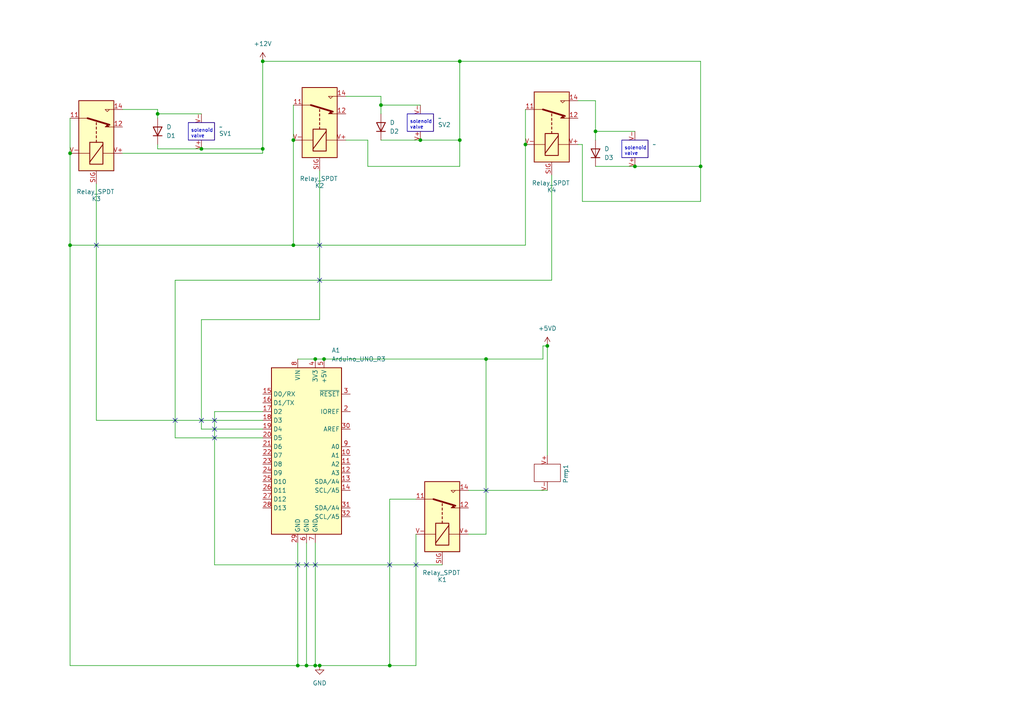
<source format=kicad_sch>
(kicad_sch
	(version 20231120)
	(generator "eeschema")
	(generator_version "8.0")
	(uuid "5b883372-a05a-41d4-a68c-1c36d83851b9")
	(paper "A4")
	(lib_symbols
		(symbol "Cocktailbot_Library:Pump"
			(pin_names hide)
			(exclude_from_sim no)
			(in_bom yes)
			(on_board yes)
			(property "Reference" "Pmp"
				(at 0 0 0)
				(effects
					(font
						(size 1.27 1.27)
					)
				)
			)
			(property "Value" ""
				(at 0 0 0)
				(effects
					(font
						(size 1.27 1.27)
					)
				)
			)
			(property "Footprint" ""
				(at 0 0 0)
				(effects
					(font
						(size 1.27 1.27)
					)
					(hide yes)
				)
			)
			(property "Datasheet" ""
				(at 0 0 0)
				(effects
					(font
						(size 1.27 1.27)
					)
					(hide yes)
				)
			)
			(property "Description" ""
				(at 0 0 0)
				(effects
					(font
						(size 1.27 1.27)
					)
					(hide yes)
				)
			)
			(symbol "Pump_0_1"
				(rectangle
					(start -2.54 -2.54)
					(end 2.54 -10.16)
					(stroke
						(width 0)
						(type default)
					)
					(fill
						(type none)
					)
				)
			)
			(symbol "Pump_1_1"
				(pin passive line
					(at -5.08 -6.35 0)
					(length 2.54)
					(name "V+"
						(effects
							(font
								(size 1.27 1.27)
							)
						)
					)
					(number "V+"
						(effects
							(font
								(size 1.27 1.27)
							)
						)
					)
				)
				(pin passive line
					(at 5.08 -6.35 180)
					(length 2.54)
					(name "V-"
						(effects
							(font
								(size 1.27 1.27)
							)
						)
					)
					(number "V-"
						(effects
							(font
								(size 1.27 1.27)
							)
						)
					)
				)
			)
		)
		(symbol "Cocktailbot_Library:Solenoid_valve_"
			(exclude_from_sim no)
			(in_bom yes)
			(on_board yes)
			(property "Reference" "SV"
				(at 0 0 0)
				(effects
					(font
						(size 1.27 1.27)
					)
				)
			)
			(property "Value" ""
				(at 0 0 0)
				(effects
					(font
						(size 1.27 1.27)
					)
				)
			)
			(property "Footprint" ""
				(at 0 0 0)
				(effects
					(font
						(size 1.27 1.27)
					)
					(hide yes)
				)
			)
			(property "Datasheet" ""
				(at 0 0 0)
				(effects
					(font
						(size 1.27 1.27)
					)
					(hide yes)
				)
			)
			(property "Description" ""
				(at 0 0 0)
				(effects
					(font
						(size 1.27 1.27)
					)
					(hide yes)
				)
			)
			(symbol "Solenoid_valve__0_1"
				(rectangle
					(start -2.54 -1.27)
					(end 2.54 -8.89)
					(stroke
						(width 0)
						(type default)
					)
					(fill
						(type none)
					)
				)
			)
			(symbol "Solenoid_valve__1_1"
				(pin passive line
					(at -5.08 -5.08 0)
					(length 2.54)
					(name ""
						(effects
							(font
								(size 1.27 1.27)
							)
						)
					)
					(number "V+"
						(effects
							(font
								(size 1.27 1.27)
							)
						)
					)
				)
				(pin passive line
					(at 5.08 -5.08 180)
					(length 2.54)
					(name ""
						(effects
							(font
								(size 1.27 1.27)
							)
						)
					)
					(number "V-"
						(effects
							(font
								(size 1.27 1.27)
							)
						)
					)
				)
			)
		)
		(symbol "Device:D"
			(pin_numbers hide)
			(pin_names
				(offset 1.016) hide)
			(exclude_from_sim no)
			(in_bom yes)
			(on_board yes)
			(property "Reference" "D"
				(at 0 2.54 0)
				(effects
					(font
						(size 1.27 1.27)
					)
				)
			)
			(property "Value" "D"
				(at 0 -2.54 0)
				(effects
					(font
						(size 1.27 1.27)
					)
				)
			)
			(property "Footprint" ""
				(at 0 0 0)
				(effects
					(font
						(size 1.27 1.27)
					)
					(hide yes)
				)
			)
			(property "Datasheet" "~"
				(at 0 0 0)
				(effects
					(font
						(size 1.27 1.27)
					)
					(hide yes)
				)
			)
			(property "Description" "Diode"
				(at 0 0 0)
				(effects
					(font
						(size 1.27 1.27)
					)
					(hide yes)
				)
			)
			(property "Sim.Device" "D"
				(at 0 0 0)
				(effects
					(font
						(size 1.27 1.27)
					)
					(hide yes)
				)
			)
			(property "Sim.Pins" "1=K 2=A"
				(at 0 0 0)
				(effects
					(font
						(size 1.27 1.27)
					)
					(hide yes)
				)
			)
			(property "ki_keywords" "diode"
				(at 0 0 0)
				(effects
					(font
						(size 1.27 1.27)
					)
					(hide yes)
				)
			)
			(property "ki_fp_filters" "TO-???* *_Diode_* *SingleDiode* D_*"
				(at 0 0 0)
				(effects
					(font
						(size 1.27 1.27)
					)
					(hide yes)
				)
			)
			(symbol "D_0_1"
				(polyline
					(pts
						(xy -1.27 1.27) (xy -1.27 -1.27)
					)
					(stroke
						(width 0.254)
						(type default)
					)
					(fill
						(type none)
					)
				)
				(polyline
					(pts
						(xy 1.27 0) (xy -1.27 0)
					)
					(stroke
						(width 0)
						(type default)
					)
					(fill
						(type none)
					)
				)
				(polyline
					(pts
						(xy 1.27 1.27) (xy 1.27 -1.27) (xy -1.27 0) (xy 1.27 1.27)
					)
					(stroke
						(width 0.254)
						(type default)
					)
					(fill
						(type none)
					)
				)
			)
			(symbol "D_1_1"
				(pin passive line
					(at -3.81 0 0)
					(length 2.54)
					(name "K"
						(effects
							(font
								(size 1.27 1.27)
							)
						)
					)
					(number "1"
						(effects
							(font
								(size 1.27 1.27)
							)
						)
					)
				)
				(pin passive line
					(at 3.81 0 180)
					(length 2.54)
					(name "A"
						(effects
							(font
								(size 1.27 1.27)
							)
						)
					)
					(number "2"
						(effects
							(font
								(size 1.27 1.27)
							)
						)
					)
				)
			)
		)
		(symbol "MCU_Module:Arduino_UNO_R3"
			(exclude_from_sim no)
			(in_bom yes)
			(on_board yes)
			(property "Reference" "A"
				(at -10.16 23.495 0)
				(effects
					(font
						(size 1.27 1.27)
					)
					(justify left bottom)
				)
			)
			(property "Value" "Arduino_UNO_R3"
				(at 5.08 -26.67 0)
				(effects
					(font
						(size 1.27 1.27)
					)
					(justify left top)
				)
			)
			(property "Footprint" "Module:Arduino_UNO_R3"
				(at 0 0 0)
				(effects
					(font
						(size 1.27 1.27)
						(italic yes)
					)
					(hide yes)
				)
			)
			(property "Datasheet" "https://www.arduino.cc/en/Main/arduinoBoardUno"
				(at 0 0 0)
				(effects
					(font
						(size 1.27 1.27)
					)
					(hide yes)
				)
			)
			(property "Description" "Arduino UNO Microcontroller Module, release 3"
				(at 0 0 0)
				(effects
					(font
						(size 1.27 1.27)
					)
					(hide yes)
				)
			)
			(property "ki_keywords" "Arduino UNO R3 Microcontroller Module Atmel AVR USB"
				(at 0 0 0)
				(effects
					(font
						(size 1.27 1.27)
					)
					(hide yes)
				)
			)
			(property "ki_fp_filters" "Arduino*UNO*R3*"
				(at 0 0 0)
				(effects
					(font
						(size 1.27 1.27)
					)
					(hide yes)
				)
			)
			(symbol "Arduino_UNO_R3_0_1"
				(rectangle
					(start -10.16 22.86)
					(end 10.16 -25.4)
					(stroke
						(width 0.254)
						(type default)
					)
					(fill
						(type background)
					)
				)
			)
			(symbol "Arduino_UNO_R3_1_1"
				(pin no_connect line
					(at -10.16 -20.32 0)
					(length 2.54) hide
					(name "NC"
						(effects
							(font
								(size 1.27 1.27)
							)
						)
					)
					(number "1"
						(effects
							(font
								(size 1.27 1.27)
							)
						)
					)
				)
				(pin bidirectional line
					(at 12.7 -2.54 180)
					(length 2.54)
					(name "A1"
						(effects
							(font
								(size 1.27 1.27)
							)
						)
					)
					(number "10"
						(effects
							(font
								(size 1.27 1.27)
							)
						)
					)
				)
				(pin bidirectional line
					(at 12.7 -5.08 180)
					(length 2.54)
					(name "A2"
						(effects
							(font
								(size 1.27 1.27)
							)
						)
					)
					(number "11"
						(effects
							(font
								(size 1.27 1.27)
							)
						)
					)
				)
				(pin bidirectional line
					(at 12.7 -7.62 180)
					(length 2.54)
					(name "A3"
						(effects
							(font
								(size 1.27 1.27)
							)
						)
					)
					(number "12"
						(effects
							(font
								(size 1.27 1.27)
							)
						)
					)
				)
				(pin bidirectional line
					(at 12.7 -10.16 180)
					(length 2.54)
					(name "SDA/A4"
						(effects
							(font
								(size 1.27 1.27)
							)
						)
					)
					(number "13"
						(effects
							(font
								(size 1.27 1.27)
							)
						)
					)
				)
				(pin bidirectional line
					(at 12.7 -12.7 180)
					(length 2.54)
					(name "SCL/A5"
						(effects
							(font
								(size 1.27 1.27)
							)
						)
					)
					(number "14"
						(effects
							(font
								(size 1.27 1.27)
							)
						)
					)
				)
				(pin bidirectional line
					(at -12.7 15.24 0)
					(length 2.54)
					(name "D0/RX"
						(effects
							(font
								(size 1.27 1.27)
							)
						)
					)
					(number "15"
						(effects
							(font
								(size 1.27 1.27)
							)
						)
					)
				)
				(pin bidirectional line
					(at -12.7 12.7 0)
					(length 2.54)
					(name "D1/TX"
						(effects
							(font
								(size 1.27 1.27)
							)
						)
					)
					(number "16"
						(effects
							(font
								(size 1.27 1.27)
							)
						)
					)
				)
				(pin bidirectional line
					(at -12.7 10.16 0)
					(length 2.54)
					(name "D2"
						(effects
							(font
								(size 1.27 1.27)
							)
						)
					)
					(number "17"
						(effects
							(font
								(size 1.27 1.27)
							)
						)
					)
				)
				(pin bidirectional line
					(at -12.7 7.62 0)
					(length 2.54)
					(name "D3"
						(effects
							(font
								(size 1.27 1.27)
							)
						)
					)
					(number "18"
						(effects
							(font
								(size 1.27 1.27)
							)
						)
					)
				)
				(pin bidirectional line
					(at -12.7 5.08 0)
					(length 2.54)
					(name "D4"
						(effects
							(font
								(size 1.27 1.27)
							)
						)
					)
					(number "19"
						(effects
							(font
								(size 1.27 1.27)
							)
						)
					)
				)
				(pin output line
					(at 12.7 10.16 180)
					(length 2.54)
					(name "IOREF"
						(effects
							(font
								(size 1.27 1.27)
							)
						)
					)
					(number "2"
						(effects
							(font
								(size 1.27 1.27)
							)
						)
					)
				)
				(pin bidirectional line
					(at -12.7 2.54 0)
					(length 2.54)
					(name "D5"
						(effects
							(font
								(size 1.27 1.27)
							)
						)
					)
					(number "20"
						(effects
							(font
								(size 1.27 1.27)
							)
						)
					)
				)
				(pin bidirectional line
					(at -12.7 0 0)
					(length 2.54)
					(name "D6"
						(effects
							(font
								(size 1.27 1.27)
							)
						)
					)
					(number "21"
						(effects
							(font
								(size 1.27 1.27)
							)
						)
					)
				)
				(pin bidirectional line
					(at -12.7 -2.54 0)
					(length 2.54)
					(name "D7"
						(effects
							(font
								(size 1.27 1.27)
							)
						)
					)
					(number "22"
						(effects
							(font
								(size 1.27 1.27)
							)
						)
					)
				)
				(pin bidirectional line
					(at -12.7 -5.08 0)
					(length 2.54)
					(name "D8"
						(effects
							(font
								(size 1.27 1.27)
							)
						)
					)
					(number "23"
						(effects
							(font
								(size 1.27 1.27)
							)
						)
					)
				)
				(pin bidirectional line
					(at -12.7 -7.62 0)
					(length 2.54)
					(name "D9"
						(effects
							(font
								(size 1.27 1.27)
							)
						)
					)
					(number "24"
						(effects
							(font
								(size 1.27 1.27)
							)
						)
					)
				)
				(pin bidirectional line
					(at -12.7 -10.16 0)
					(length 2.54)
					(name "D10"
						(effects
							(font
								(size 1.27 1.27)
							)
						)
					)
					(number "25"
						(effects
							(font
								(size 1.27 1.27)
							)
						)
					)
				)
				(pin bidirectional line
					(at -12.7 -12.7 0)
					(length 2.54)
					(name "D11"
						(effects
							(font
								(size 1.27 1.27)
							)
						)
					)
					(number "26"
						(effects
							(font
								(size 1.27 1.27)
							)
						)
					)
				)
				(pin bidirectional line
					(at -12.7 -15.24 0)
					(length 2.54)
					(name "D12"
						(effects
							(font
								(size 1.27 1.27)
							)
						)
					)
					(number "27"
						(effects
							(font
								(size 1.27 1.27)
							)
						)
					)
				)
				(pin bidirectional line
					(at -12.7 -17.78 0)
					(length 2.54)
					(name "D13"
						(effects
							(font
								(size 1.27 1.27)
							)
						)
					)
					(number "28"
						(effects
							(font
								(size 1.27 1.27)
							)
						)
					)
				)
				(pin power_in line
					(at -2.54 -27.94 90)
					(length 2.54)
					(name "GND"
						(effects
							(font
								(size 1.27 1.27)
							)
						)
					)
					(number "29"
						(effects
							(font
								(size 1.27 1.27)
							)
						)
					)
				)
				(pin input line
					(at 12.7 15.24 180)
					(length 2.54)
					(name "~{RESET}"
						(effects
							(font
								(size 1.27 1.27)
							)
						)
					)
					(number "3"
						(effects
							(font
								(size 1.27 1.27)
							)
						)
					)
				)
				(pin input line
					(at 12.7 5.08 180)
					(length 2.54)
					(name "AREF"
						(effects
							(font
								(size 1.27 1.27)
							)
						)
					)
					(number "30"
						(effects
							(font
								(size 1.27 1.27)
							)
						)
					)
				)
				(pin bidirectional line
					(at 12.7 -17.78 180)
					(length 2.54)
					(name "SDA/A4"
						(effects
							(font
								(size 1.27 1.27)
							)
						)
					)
					(number "31"
						(effects
							(font
								(size 1.27 1.27)
							)
						)
					)
				)
				(pin bidirectional line
					(at 12.7 -20.32 180)
					(length 2.54)
					(name "SCL/A5"
						(effects
							(font
								(size 1.27 1.27)
							)
						)
					)
					(number "32"
						(effects
							(font
								(size 1.27 1.27)
							)
						)
					)
				)
				(pin power_out line
					(at 2.54 25.4 270)
					(length 2.54)
					(name "3V3"
						(effects
							(font
								(size 1.27 1.27)
							)
						)
					)
					(number "4"
						(effects
							(font
								(size 1.27 1.27)
							)
						)
					)
				)
				(pin power_out line
					(at 5.08 25.4 270)
					(length 2.54)
					(name "+5V"
						(effects
							(font
								(size 1.27 1.27)
							)
						)
					)
					(number "5"
						(effects
							(font
								(size 1.27 1.27)
							)
						)
					)
				)
				(pin power_in line
					(at 0 -27.94 90)
					(length 2.54)
					(name "GND"
						(effects
							(font
								(size 1.27 1.27)
							)
						)
					)
					(number "6"
						(effects
							(font
								(size 1.27 1.27)
							)
						)
					)
				)
				(pin power_in line
					(at 2.54 -27.94 90)
					(length 2.54)
					(name "GND"
						(effects
							(font
								(size 1.27 1.27)
							)
						)
					)
					(number "7"
						(effects
							(font
								(size 1.27 1.27)
							)
						)
					)
				)
				(pin power_in line
					(at -2.54 25.4 270)
					(length 2.54)
					(name "VIN"
						(effects
							(font
								(size 1.27 1.27)
							)
						)
					)
					(number "8"
						(effects
							(font
								(size 1.27 1.27)
							)
						)
					)
				)
				(pin bidirectional line
					(at 12.7 0 180)
					(length 2.54)
					(name "A0"
						(effects
							(font
								(size 1.27 1.27)
							)
						)
					)
					(number "9"
						(effects
							(font
								(size 1.27 1.27)
							)
						)
					)
				)
			)
		)
		(symbol "Relay_SPDT_2"
			(exclude_from_sim no)
			(in_bom yes)
			(on_board yes)
			(property "Reference" "K1"
				(at -18.288 0 90)
				(effects
					(font
						(size 1.27 1.27)
					)
				)
			)
			(property "Value" "Relay_SPDT"
				(at -16.256 -0.254 90)
				(effects
					(font
						(size 1.27 1.27)
					)
				)
			)
			(property "Footprint" ""
				(at 11.43 -1.27 0)
				(effects
					(font
						(size 1.27 1.27)
					)
					(justify left)
					(hide yes)
				)
			)
			(property "Datasheet" "~"
				(at 0 0 0)
				(effects
					(font
						(size 1.27 1.27)
					)
					(hide yes)
				)
			)
			(property "Description" "Monostable Relay SPDT, EN50005"
				(at -13.208 13.97 0)
				(effects
					(font
						(size 1.27 1.27)
					)
					(hide yes)
				)
			)
			(property "ki_keywords" "Single Pole Relay SPDT"
				(at 0 0 0)
				(effects
					(font
						(size 1.27 1.27)
					)
					(hide yes)
				)
			)
			(property "ki_fp_filters" "Relay?SPDT*"
				(at 0 0 0)
				(effects
					(font
						(size 1.27 1.27)
					)
					(hide yes)
				)
			)
			(symbol "Relay_SPDT_2_0_0"
				(polyline
					(pts
						(xy 7.62 5.08) (xy 7.62 2.54) (xy 6.985 3.175) (xy 7.62 3.81)
					)
					(stroke
						(width 0)
						(type default)
					)
					(fill
						(type none)
					)
				)
			)
			(symbol "Relay_SPDT_2_0_1"
				(rectangle
					(start -10.16 5.08)
					(end 10.16 -5.08)
					(stroke
						(width 0.254)
						(type default)
					)
					(fill
						(type background)
					)
				)
				(rectangle
					(start -8.255 1.905)
					(end -1.905 -1.905)
					(stroke
						(width 0.254)
						(type default)
					)
					(fill
						(type none)
					)
				)
				(polyline
					(pts
						(xy -7.62 -1.905) (xy -2.54 1.905)
					)
					(stroke
						(width 0.254)
						(type default)
					)
					(fill
						(type none)
					)
				)
				(polyline
					(pts
						(xy -5.08 -5.08) (xy -5.08 -1.905)
					)
					(stroke
						(width 0)
						(type default)
					)
					(fill
						(type none)
					)
				)
				(polyline
					(pts
						(xy -5.08 5.08) (xy -5.08 1.905)
					)
					(stroke
						(width 0)
						(type default)
					)
					(fill
						(type none)
					)
				)
				(polyline
					(pts
						(xy -1.905 0) (xy -1.27 0)
					)
					(stroke
						(width 0.254)
						(type default)
					)
					(fill
						(type none)
					)
				)
				(polyline
					(pts
						(xy -0.635 0) (xy 0 0)
					)
					(stroke
						(width 0.254)
						(type default)
					)
					(fill
						(type none)
					)
				)
				(polyline
					(pts
						(xy 0.635 0) (xy 1.27 0)
					)
					(stroke
						(width 0.254)
						(type default)
					)
					(fill
						(type none)
					)
				)
				(polyline
					(pts
						(xy 1.905 0) (xy 2.54 0)
					)
					(stroke
						(width 0.254)
						(type default)
					)
					(fill
						(type none)
					)
				)
				(polyline
					(pts
						(xy 3.175 0) (xy 3.81 0)
					)
					(stroke
						(width 0.254)
						(type default)
					)
					(fill
						(type none)
					)
				)
				(polyline
					(pts
						(xy 5.08 -2.54) (xy 3.175 3.81)
					)
					(stroke
						(width 0.508)
						(type default)
					)
					(fill
						(type none)
					)
				)
				(polyline
					(pts
						(xy 5.08 -2.54) (xy 5.08 -5.08)
					)
					(stroke
						(width 0)
						(type default)
					)
					(fill
						(type none)
					)
				)
				(polyline
					(pts
						(xy 2.54 5.08) (xy 2.54 2.54) (xy 3.175 3.175) (xy 2.54 3.81)
					)
					(stroke
						(width 0)
						(type default)
					)
					(fill
						(type outline)
					)
				)
			)
			(symbol "Relay_SPDT_2_1_1"
				(pin passive line
					(at 5.08 -7.62 90)
					(length 2.54)
					(name "~"
						(effects
							(font
								(size 1.27 1.27)
							)
						)
					)
					(number "11"
						(effects
							(font
								(size 1.27 1.27)
							)
						)
					)
				)
				(pin passive line
					(at 2.54 7.62 270)
					(length 2.54)
					(name "~"
						(effects
							(font
								(size 1.27 1.27)
							)
						)
					)
					(number "12"
						(effects
							(font
								(size 1.27 1.27)
							)
						)
					)
				)
				(pin passive line
					(at 7.62 7.62 270)
					(length 2.54)
					(name "~"
						(effects
							(font
								(size 1.27 1.27)
							)
						)
					)
					(number "14"
						(effects
							(font
								(size 1.27 1.27)
							)
						)
					)
				)
				(pin passive line
					(at -13.97 0 0)
					(length 3.81)
					(name ""
						(effects
							(font
								(size 1.27 1.27)
							)
						)
					)
					(number "SIG"
						(effects
							(font
								(size 1.27 1.27)
							)
						)
					)
				)
				(pin passive line
					(at -5.08 7.62 270)
					(length 2.54)
					(name "~"
						(effects
							(font
								(size 1.27 1.27)
							)
						)
					)
					(number "V+"
						(effects
							(font
								(size 1.27 1.27)
							)
						)
					)
				)
				(pin passive line
					(at -5.08 -7.62 90)
					(length 2.54)
					(name "~"
						(effects
							(font
								(size 1.27 1.27)
							)
						)
					)
					(number "V-"
						(effects
							(font
								(size 1.27 1.27)
							)
						)
					)
				)
			)
		)
		(symbol "power:+12V"
			(power)
			(pin_numbers hide)
			(pin_names
				(offset 0) hide)
			(exclude_from_sim no)
			(in_bom yes)
			(on_board yes)
			(property "Reference" "#PWR"
				(at 0 -3.81 0)
				(effects
					(font
						(size 1.27 1.27)
					)
					(hide yes)
				)
			)
			(property "Value" "+12V"
				(at 0 3.556 0)
				(effects
					(font
						(size 1.27 1.27)
					)
				)
			)
			(property "Footprint" ""
				(at 0 0 0)
				(effects
					(font
						(size 1.27 1.27)
					)
					(hide yes)
				)
			)
			(property "Datasheet" ""
				(at 0 0 0)
				(effects
					(font
						(size 1.27 1.27)
					)
					(hide yes)
				)
			)
			(property "Description" "Power symbol creates a global label with name \"+12V\""
				(at 0 0 0)
				(effects
					(font
						(size 1.27 1.27)
					)
					(hide yes)
				)
			)
			(property "ki_keywords" "global power"
				(at 0 0 0)
				(effects
					(font
						(size 1.27 1.27)
					)
					(hide yes)
				)
			)
			(symbol "+12V_0_1"
				(polyline
					(pts
						(xy -0.762 1.27) (xy 0 2.54)
					)
					(stroke
						(width 0)
						(type default)
					)
					(fill
						(type none)
					)
				)
				(polyline
					(pts
						(xy 0 0) (xy 0 2.54)
					)
					(stroke
						(width 0)
						(type default)
					)
					(fill
						(type none)
					)
				)
				(polyline
					(pts
						(xy 0 2.54) (xy 0.762 1.27)
					)
					(stroke
						(width 0)
						(type default)
					)
					(fill
						(type none)
					)
				)
			)
			(symbol "+12V_1_1"
				(pin power_in line
					(at 0 0 90)
					(length 0)
					(name "~"
						(effects
							(font
								(size 1.27 1.27)
							)
						)
					)
					(number "1"
						(effects
							(font
								(size 1.27 1.27)
							)
						)
					)
				)
			)
		)
		(symbol "power:+5VD"
			(power)
			(pin_numbers hide)
			(pin_names
				(offset 0) hide)
			(exclude_from_sim no)
			(in_bom yes)
			(on_board yes)
			(property "Reference" "#PWR"
				(at 0 -3.81 0)
				(effects
					(font
						(size 1.27 1.27)
					)
					(hide yes)
				)
			)
			(property "Value" "+5VD"
				(at 0 3.556 0)
				(effects
					(font
						(size 1.27 1.27)
					)
				)
			)
			(property "Footprint" ""
				(at 0 0 0)
				(effects
					(font
						(size 1.27 1.27)
					)
					(hide yes)
				)
			)
			(property "Datasheet" ""
				(at 0 0 0)
				(effects
					(font
						(size 1.27 1.27)
					)
					(hide yes)
				)
			)
			(property "Description" "Power symbol creates a global label with name \"+5VD\""
				(at 0 0 0)
				(effects
					(font
						(size 1.27 1.27)
					)
					(hide yes)
				)
			)
			(property "ki_keywords" "global power"
				(at 0 0 0)
				(effects
					(font
						(size 1.27 1.27)
					)
					(hide yes)
				)
			)
			(symbol "+5VD_0_1"
				(polyline
					(pts
						(xy -0.762 1.27) (xy 0 2.54)
					)
					(stroke
						(width 0)
						(type default)
					)
					(fill
						(type none)
					)
				)
				(polyline
					(pts
						(xy 0 0) (xy 0 2.54)
					)
					(stroke
						(width 0)
						(type default)
					)
					(fill
						(type none)
					)
				)
				(polyline
					(pts
						(xy 0 2.54) (xy 0.762 1.27)
					)
					(stroke
						(width 0)
						(type default)
					)
					(fill
						(type none)
					)
				)
			)
			(symbol "+5VD_1_1"
				(pin power_in line
					(at 0 0 90)
					(length 0)
					(name "~"
						(effects
							(font
								(size 1.27 1.27)
							)
						)
					)
					(number "1"
						(effects
							(font
								(size 1.27 1.27)
							)
						)
					)
				)
			)
		)
		(symbol "power:GND"
			(power)
			(pin_numbers hide)
			(pin_names
				(offset 0) hide)
			(exclude_from_sim no)
			(in_bom yes)
			(on_board yes)
			(property "Reference" "#PWR"
				(at 0 -6.35 0)
				(effects
					(font
						(size 1.27 1.27)
					)
					(hide yes)
				)
			)
			(property "Value" "GND"
				(at 0 -3.81 0)
				(effects
					(font
						(size 1.27 1.27)
					)
				)
			)
			(property "Footprint" ""
				(at 0 0 0)
				(effects
					(font
						(size 1.27 1.27)
					)
					(hide yes)
				)
			)
			(property "Datasheet" ""
				(at 0 0 0)
				(effects
					(font
						(size 1.27 1.27)
					)
					(hide yes)
				)
			)
			(property "Description" "Power symbol creates a global label with name \"GND\" , ground"
				(at 0 0 0)
				(effects
					(font
						(size 1.27 1.27)
					)
					(hide yes)
				)
			)
			(property "ki_keywords" "global power"
				(at 0 0 0)
				(effects
					(font
						(size 1.27 1.27)
					)
					(hide yes)
				)
			)
			(symbol "GND_0_1"
				(polyline
					(pts
						(xy 0 0) (xy 0 -1.27) (xy 1.27 -1.27) (xy 0 -2.54) (xy -1.27 -1.27) (xy 0 -1.27)
					)
					(stroke
						(width 0)
						(type default)
					)
					(fill
						(type none)
					)
				)
			)
			(symbol "GND_1_1"
				(pin power_in line
					(at 0 0 270)
					(length 0)
					(name "~"
						(effects
							(font
								(size 1.27 1.27)
							)
						)
					)
					(number "1"
						(effects
							(font
								(size 1.27 1.27)
							)
						)
					)
				)
			)
		)
	)
	(junction
		(at 85.09 40.64)
		(diameter 0)
		(color 0 0 0 0)
		(uuid "06225883-0e31-4247-87b5-4f7c70970c7b")
	)
	(junction
		(at 172.72 38.1)
		(diameter 0)
		(color 0 0 0 0)
		(uuid "08de166a-530d-4790-a9d9-7e5cca359ac1")
	)
	(junction
		(at 140.97 104.14)
		(diameter 0)
		(color 0 0 0 0)
		(uuid "252ecdbe-8d4c-4d61-b43c-a1c15793b39d")
	)
	(junction
		(at 184.15 48.26)
		(diameter 0)
		(color 0 0 0 0)
		(uuid "469a129a-c519-4b3b-b52c-c7215b113d70")
	)
	(junction
		(at 91.44 193.04)
		(diameter 0)
		(color 0 0 0 0)
		(uuid "4868a4e7-80f1-4ad3-b805-98ed476561d1")
	)
	(junction
		(at 110.49 30.48)
		(diameter 0)
		(color 0 0 0 0)
		(uuid "52d39163-1dd9-40a3-840b-31c3f19b48ca")
	)
	(junction
		(at 92.71 193.04)
		(diameter 0)
		(color 0 0 0 0)
		(uuid "536e7b23-05ed-436d-9808-8e991b35ea3f")
	)
	(junction
		(at 133.35 17.78)
		(diameter 0)
		(color 0 0 0 0)
		(uuid "5764be0b-58f4-445f-83eb-13463f295284")
	)
	(junction
		(at 86.36 193.04)
		(diameter 0)
		(color 0 0 0 0)
		(uuid "59ed54b5-6df1-471e-be66-4b934de3eaa8")
	)
	(junction
		(at 20.32 44.45)
		(diameter 0)
		(color 0 0 0 0)
		(uuid "66b299f5-08c1-4ab4-950a-daab2e705025")
	)
	(junction
		(at 133.35 40.64)
		(diameter 0)
		(color 0 0 0 0)
		(uuid "722ce290-1b35-48f7-926d-6ab5b73e133b")
	)
	(junction
		(at 58.42 43.18)
		(diameter 0)
		(color 0 0 0 0)
		(uuid "786398b0-9278-4c70-92f8-6401ee0265e1")
	)
	(junction
		(at 20.32 71.12)
		(diameter 0)
		(color 0 0 0 0)
		(uuid "881ee2e1-7768-4b6a-aec3-4047fb2f569e")
	)
	(junction
		(at 88.9 193.04)
		(diameter 0)
		(color 0 0 0 0)
		(uuid "88d03a86-6cf1-4626-8ad2-a08304f6259e")
	)
	(junction
		(at 113.03 193.04)
		(diameter 0)
		(color 0 0 0 0)
		(uuid "98da5b86-93d5-47bf-a919-ea0f255d281a")
	)
	(junction
		(at 85.09 71.12)
		(diameter 0)
		(color 0 0 0 0)
		(uuid "9ee54cb7-18e6-4f23-94a1-d2fa5387ff7e")
	)
	(junction
		(at 45.72 33.02)
		(diameter 0)
		(color 0 0 0 0)
		(uuid "a4adebbb-df22-4c7c-a97d-ec5c7208fd8a")
	)
	(junction
		(at 158.75 100.33)
		(diameter 0)
		(color 0 0 0 0)
		(uuid "be823989-9d58-4fab-b0a6-0b95fc4c8197")
	)
	(junction
		(at 76.2 17.78)
		(diameter 0)
		(color 0 0 0 0)
		(uuid "c3cee4fb-83b0-47d8-8b88-613ab292b3c9")
	)
	(junction
		(at 203.2 48.26)
		(diameter 0)
		(color 0 0 0 0)
		(uuid "c8e3bbf8-cd95-43b8-a9cc-d0fabbd6cd0d")
	)
	(junction
		(at 152.4 41.91)
		(diameter 0)
		(color 0 0 0 0)
		(uuid "d59ba7df-bad1-42a2-9210-b48ccbed89a4")
	)
	(junction
		(at 93.98 104.14)
		(diameter 0)
		(color 0 0 0 0)
		(uuid "d73e99fe-db1e-47f1-ac04-3499d611e58f")
	)
	(junction
		(at 121.92 40.64)
		(diameter 0)
		(color 0 0 0 0)
		(uuid "da7cef63-bce0-4468-a756-c33e679495a8")
	)
	(junction
		(at 76.2 43.18)
		(diameter 0)
		(color 0 0 0 0)
		(uuid "dd53fcf0-a9eb-4c8c-a67a-a816e229576b")
	)
	(junction
		(at 91.44 104.14)
		(diameter 0)
		(color 0 0 0 0)
		(uuid "eb86614b-8706-4941-903d-afffa8d21e21")
	)
	(no_connect
		(at 86.36 163.83)
		(uuid "2038665b-56a4-4bb4-b258-6ec055705312")
	)
	(no_connect
		(at 62.23 124.46)
		(uuid "28d83568-18f6-42f6-b3e6-5b6b711775fc")
	)
	(no_connect
		(at 50.8 121.92)
		(uuid "49610983-6085-42f3-ac60-0ceeaff7a8c0")
	)
	(no_connect
		(at 62.23 121.92)
		(uuid "4dd658c6-f9c8-4aa3-b26f-3b418364a397")
	)
	(no_connect
		(at 92.71 71.12)
		(uuid "58dee64a-76ae-4e59-8fca-b452ac59e95b")
	)
	(no_connect
		(at 92.71 81.28)
		(uuid "72cc6bc7-248d-4822-86db-29a938a8ee63")
	)
	(no_connect
		(at 120.65 163.83)
		(uuid "777b5325-0b71-4bfc-8b51-528e311a2cdb")
	)
	(no_connect
		(at 113.03 163.83)
		(uuid "af866f28-a164-4798-a85c-fb378c41d781")
	)
	(no_connect
		(at 58.42 121.92)
		(uuid "b02a4347-f1a5-4cc7-8e0f-aca7d74832a0")
	)
	(no_connect
		(at 140.97 142.24)
		(uuid "b37efbe0-3db8-4653-b5e0-9a6a52b26677")
	)
	(no_connect
		(at 27.94 71.12)
		(uuid "c36cefe1-7ec0-4337-980e-8a0c8888ee30")
	)
	(no_connect
		(at 91.44 163.83)
		(uuid "cfe9f08d-1c76-4d5d-b32e-4ac7f1d56808")
	)
	(no_connect
		(at 62.23 127)
		(uuid "def32752-2339-4f60-9f60-122c9879d7c5")
	)
	(no_connect
		(at 88.9 163.83)
		(uuid "ff990f96-2244-4e9b-8b6e-66a5f1154a90")
	)
	(wire
		(pts
			(xy 58.42 92.71) (xy 58.42 124.46)
		)
		(stroke
			(width 0)
			(type default)
		)
		(uuid "032c4c35-3c9d-4218-8d67-435b59c87039")
	)
	(wire
		(pts
			(xy 158.75 100.33) (xy 158.75 132.08)
		)
		(stroke
			(width 0)
			(type default)
		)
		(uuid "074e5276-18bd-4cf7-babc-f82accd626e0")
	)
	(wire
		(pts
			(xy 86.36 193.04) (xy 88.9 193.04)
		)
		(stroke
			(width 0)
			(type default)
		)
		(uuid "07e3c349-47ae-4e14-9951-d475d51c0128")
	)
	(wire
		(pts
			(xy 113.03 193.04) (xy 120.65 193.04)
		)
		(stroke
			(width 0)
			(type default)
		)
		(uuid "08106796-c88d-4b52-a6c3-86ac080641d1")
	)
	(wire
		(pts
			(xy 85.09 40.64) (xy 85.09 71.12)
		)
		(stroke
			(width 0)
			(type default)
		)
		(uuid "0a80b3d0-b78c-42f0-8d4e-391affb2c820")
	)
	(wire
		(pts
			(xy 157.48 104.14) (xy 140.97 104.14)
		)
		(stroke
			(width 0)
			(type default)
		)
		(uuid "0dc70ea5-3bd6-48e0-bfda-f28e0115f98e")
	)
	(wire
		(pts
			(xy 100.33 40.64) (xy 106.68 40.64)
		)
		(stroke
			(width 0)
			(type default)
		)
		(uuid "134bfc04-418b-400c-a981-0e1902b4442b")
	)
	(wire
		(pts
			(xy 76.2 17.78) (xy 76.2 43.18)
		)
		(stroke
			(width 0)
			(type default)
		)
		(uuid "149660dd-56f1-4033-9bc7-bca67eae48bc")
	)
	(wire
		(pts
			(xy 106.68 40.64) (xy 106.68 48.26)
		)
		(stroke
			(width 0)
			(type default)
		)
		(uuid "169225e3-2468-43bd-bee0-b80d6abad3f4")
	)
	(wire
		(pts
			(xy 85.09 71.12) (xy 20.32 71.12)
		)
		(stroke
			(width 0)
			(type default)
		)
		(uuid "17f38da1-2388-49d4-bb79-2df49cc64a06")
	)
	(wire
		(pts
			(xy 45.72 43.18) (xy 58.42 43.18)
		)
		(stroke
			(width 0)
			(type default)
		)
		(uuid "2689ce43-7db7-4eac-a0aa-e9e903620a96")
	)
	(wire
		(pts
			(xy 35.56 44.45) (xy 76.2 44.45)
		)
		(stroke
			(width 0)
			(type default)
		)
		(uuid "28b61eeb-3a60-44c5-a994-2187c6ec8666")
	)
	(wire
		(pts
			(xy 157.48 100.33) (xy 158.75 100.33)
		)
		(stroke
			(width 0)
			(type default)
		)
		(uuid "2f8be6ce-3295-4f03-899a-b217ff8372c0")
	)
	(wire
		(pts
			(xy 172.72 48.26) (xy 184.15 48.26)
		)
		(stroke
			(width 0)
			(type default)
		)
		(uuid "34bb2909-b657-4065-8547-243b73b7587e")
	)
	(wire
		(pts
			(xy 168.91 58.42) (xy 203.2 58.42)
		)
		(stroke
			(width 0)
			(type default)
		)
		(uuid "362f88bb-7fb4-4006-93f1-57be1f61d401")
	)
	(wire
		(pts
			(xy 91.44 193.04) (xy 92.71 193.04)
		)
		(stroke
			(width 0)
			(type default)
		)
		(uuid "36ce98d5-b513-45f6-8e2a-2563c89165c0")
	)
	(wire
		(pts
			(xy 203.2 17.78) (xy 203.2 48.26)
		)
		(stroke
			(width 0)
			(type default)
		)
		(uuid "3eb10856-807a-41f1-a536-fd66ac846e98")
	)
	(wire
		(pts
			(xy 121.92 30.48) (xy 110.49 30.48)
		)
		(stroke
			(width 0)
			(type default)
		)
		(uuid "3f92f4ab-92fd-49eb-ad39-8e73441c1762")
	)
	(wire
		(pts
			(xy 58.42 124.46) (xy 76.2 124.46)
		)
		(stroke
			(width 0)
			(type default)
		)
		(uuid "43c05abb-c2df-433d-b4fc-f4e1031db4d5")
	)
	(wire
		(pts
			(xy 27.94 121.92) (xy 76.2 121.92)
		)
		(stroke
			(width 0)
			(type default)
		)
		(uuid "449e0f9e-390c-41b7-85c3-c7f79ece791f")
	)
	(wire
		(pts
			(xy 167.64 41.91) (xy 168.91 41.91)
		)
		(stroke
			(width 0)
			(type default)
		)
		(uuid "45db00fe-7093-488c-b630-9b9ca651be1e")
	)
	(wire
		(pts
			(xy 120.65 154.94) (xy 120.65 193.04)
		)
		(stroke
			(width 0)
			(type default)
		)
		(uuid "46fa568f-f862-4513-8c17-12668c7bb7f5")
	)
	(wire
		(pts
			(xy 62.23 163.83) (xy 62.23 119.38)
		)
		(stroke
			(width 0)
			(type default)
		)
		(uuid "47f7f1fa-36e9-4c7f-a850-338ed60f6acb")
	)
	(wire
		(pts
			(xy 45.72 34.29) (xy 45.72 33.02)
		)
		(stroke
			(width 0)
			(type default)
		)
		(uuid "49888482-4493-40e2-b32e-d11b38345a26")
	)
	(wire
		(pts
			(xy 113.03 144.78) (xy 120.65 144.78)
		)
		(stroke
			(width 0)
			(type default)
		)
		(uuid "4d46a8eb-7241-4c9a-8fd9-60606ed02868")
	)
	(wire
		(pts
			(xy 152.4 71.12) (xy 85.09 71.12)
		)
		(stroke
			(width 0)
			(type default)
		)
		(uuid "4f6949bd-8ee4-447a-8354-50b4d238021a")
	)
	(wire
		(pts
			(xy 152.4 31.75) (xy 152.4 41.91)
		)
		(stroke
			(width 0)
			(type default)
		)
		(uuid "593d431f-c1bd-4bda-a81f-3226c74e5b50")
	)
	(wire
		(pts
			(xy 45.72 41.91) (xy 45.72 43.18)
		)
		(stroke
			(width 0)
			(type default)
		)
		(uuid "594e6827-9e42-49e8-8914-8fdb20ea22be")
	)
	(wire
		(pts
			(xy 92.71 92.71) (xy 58.42 92.71)
		)
		(stroke
			(width 0)
			(type default)
		)
		(uuid "5b0b7a2b-2220-4c72-bb50-7530f95c9b04")
	)
	(wire
		(pts
			(xy 133.35 48.26) (xy 133.35 40.64)
		)
		(stroke
			(width 0)
			(type default)
		)
		(uuid "5edbb431-4105-4259-9c30-70a038e00002")
	)
	(wire
		(pts
			(xy 160.02 50.8) (xy 160.02 81.28)
		)
		(stroke
			(width 0)
			(type default)
		)
		(uuid "6571e22b-6688-4996-85b1-814a27e92e81")
	)
	(wire
		(pts
			(xy 168.91 41.91) (xy 168.91 58.42)
		)
		(stroke
			(width 0)
			(type default)
		)
		(uuid "65efd584-55b3-4661-9132-aaceca75b3bf")
	)
	(wire
		(pts
			(xy 140.97 154.94) (xy 140.97 104.14)
		)
		(stroke
			(width 0)
			(type default)
		)
		(uuid "6afb3efc-fc97-4baf-9cf7-8c99f1bb7846")
	)
	(wire
		(pts
			(xy 128.27 163.83) (xy 62.23 163.83)
		)
		(stroke
			(width 0)
			(type default)
		)
		(uuid "6ea87ec2-fb76-4b54-a235-97f13e7ad5e2")
	)
	(wire
		(pts
			(xy 100.33 27.94) (xy 110.49 27.94)
		)
		(stroke
			(width 0)
			(type default)
		)
		(uuid "7000bf2a-f0aa-4279-9467-2df56a90c29d")
	)
	(wire
		(pts
			(xy 20.32 193.04) (xy 86.36 193.04)
		)
		(stroke
			(width 0)
			(type default)
		)
		(uuid "743b3f1d-c1e3-4ab9-9665-13c8b7ac9814")
	)
	(wire
		(pts
			(xy 76.2 43.18) (xy 58.42 43.18)
		)
		(stroke
			(width 0)
			(type default)
		)
		(uuid "75c969d0-4c36-4f5d-896c-7b2e2a49ae95")
	)
	(wire
		(pts
			(xy 133.35 17.78) (xy 76.2 17.78)
		)
		(stroke
			(width 0)
			(type default)
		)
		(uuid "76a5fd03-faa4-45b8-ab7b-802b24e2c036")
	)
	(wire
		(pts
			(xy 35.56 31.75) (xy 45.72 31.75)
		)
		(stroke
			(width 0)
			(type default)
		)
		(uuid "786333d9-d967-43d8-95a5-a5d34193501f")
	)
	(wire
		(pts
			(xy 91.44 157.48) (xy 91.44 193.04)
		)
		(stroke
			(width 0)
			(type default)
		)
		(uuid "7c22817c-5bf3-4465-bd0d-3f411479866c")
	)
	(wire
		(pts
			(xy 184.15 38.1) (xy 172.72 38.1)
		)
		(stroke
			(width 0)
			(type default)
		)
		(uuid "7e2fa3a9-baf9-44e1-b041-6ccd1d0f2773")
	)
	(wire
		(pts
			(xy 157.48 100.33) (xy 157.48 104.14)
		)
		(stroke
			(width 0)
			(type default)
		)
		(uuid "7ecd0e4f-9d42-43c0-a0f2-872e63aa1e10")
	)
	(wire
		(pts
			(xy 172.72 29.21) (xy 172.72 38.1)
		)
		(stroke
			(width 0)
			(type default)
		)
		(uuid "809acba6-f3ab-47da-a18a-6d55c064d87e")
	)
	(wire
		(pts
			(xy 85.09 30.48) (xy 85.09 40.64)
		)
		(stroke
			(width 0)
			(type default)
		)
		(uuid "831e0765-48f6-430e-b6e8-159fcd14cade")
	)
	(wire
		(pts
			(xy 203.2 17.78) (xy 133.35 17.78)
		)
		(stroke
			(width 0)
			(type default)
		)
		(uuid "83bc50a8-9df0-424a-ac07-fe90787897f4")
	)
	(wire
		(pts
			(xy 20.32 71.12) (xy 20.32 193.04)
		)
		(stroke
			(width 0)
			(type default)
		)
		(uuid "843b6d74-120b-4cc4-b75e-c6b48f28aebf")
	)
	(wire
		(pts
			(xy 92.71 49.53) (xy 92.71 92.71)
		)
		(stroke
			(width 0)
			(type default)
		)
		(uuid "859a473b-912a-4bc8-ac87-d87124ac1e8d")
	)
	(wire
		(pts
			(xy 91.44 104.14) (xy 93.98 104.14)
		)
		(stroke
			(width 0)
			(type default)
		)
		(uuid "8e7d1ee8-924c-4bc8-bef1-8c9104ed9b5c")
	)
	(wire
		(pts
			(xy 110.49 30.48) (xy 110.49 33.02)
		)
		(stroke
			(width 0)
			(type default)
		)
		(uuid "92bb79e8-0115-4ef0-86cb-a0947e91d146")
	)
	(wire
		(pts
			(xy 110.49 27.94) (xy 110.49 30.48)
		)
		(stroke
			(width 0)
			(type default)
		)
		(uuid "92f7117e-2117-47a8-ad6d-418d79cac88d")
	)
	(wire
		(pts
			(xy 86.36 157.48) (xy 86.36 193.04)
		)
		(stroke
			(width 0)
			(type default)
		)
		(uuid "969c9b41-5a7e-42d8-b33c-80484385a04e")
	)
	(wire
		(pts
			(xy 160.02 81.28) (xy 50.8 81.28)
		)
		(stroke
			(width 0)
			(type default)
		)
		(uuid "9be0323e-e0ec-43ef-b2ec-53703aa1d5e9")
	)
	(wire
		(pts
			(xy 20.32 34.29) (xy 20.32 44.45)
		)
		(stroke
			(width 0)
			(type default)
		)
		(uuid "9f704dc1-1fc6-460e-93a7-8c8c854700f5")
	)
	(wire
		(pts
			(xy 121.92 40.64) (xy 133.35 40.64)
		)
		(stroke
			(width 0)
			(type default)
		)
		(uuid "a18a29b1-1c42-4d25-8371-0845bd383b92")
	)
	(wire
		(pts
			(xy 140.97 104.14) (xy 93.98 104.14)
		)
		(stroke
			(width 0)
			(type default)
		)
		(uuid "a55b80b3-5dcd-4766-a1d1-2d535ac1dfc0")
	)
	(wire
		(pts
			(xy 45.72 33.02) (xy 58.42 33.02)
		)
		(stroke
			(width 0)
			(type default)
		)
		(uuid "aa6261f3-e4e1-47b9-88a5-105454fd5e66")
	)
	(wire
		(pts
			(xy 88.9 193.04) (xy 91.44 193.04)
		)
		(stroke
			(width 0)
			(type default)
		)
		(uuid "aa696661-a66e-423a-802a-235b53528112")
	)
	(wire
		(pts
			(xy 45.72 31.75) (xy 45.72 33.02)
		)
		(stroke
			(width 0)
			(type default)
		)
		(uuid "aeaede97-c6cd-4fa2-bede-a6295079b254")
	)
	(wire
		(pts
			(xy 135.89 154.94) (xy 140.97 154.94)
		)
		(stroke
			(width 0)
			(type default)
		)
		(uuid "aede46f5-1eaf-4e34-8802-c5847b5ba08b")
	)
	(wire
		(pts
			(xy 110.49 40.64) (xy 121.92 40.64)
		)
		(stroke
			(width 0)
			(type default)
		)
		(uuid "b0aad6a6-7363-4bf7-a15c-41507f48b3af")
	)
	(wire
		(pts
			(xy 86.36 104.14) (xy 91.44 104.14)
		)
		(stroke
			(width 0)
			(type default)
		)
		(uuid "b165873f-8378-4e8a-9ace-89611454e448")
	)
	(wire
		(pts
			(xy 88.9 157.48) (xy 88.9 193.04)
		)
		(stroke
			(width 0)
			(type default)
		)
		(uuid "b2dce101-5afe-4986-846c-98a153c44394")
	)
	(wire
		(pts
			(xy 62.23 119.38) (xy 76.2 119.38)
		)
		(stroke
			(width 0)
			(type default)
		)
		(uuid "b3d1c218-7b7c-46ce-89be-23723f641b20")
	)
	(wire
		(pts
			(xy 113.03 193.04) (xy 113.03 144.78)
		)
		(stroke
			(width 0)
			(type default)
		)
		(uuid "b964ed10-147d-4d24-bd82-1166c920d370")
	)
	(wire
		(pts
			(xy 27.94 53.34) (xy 27.94 121.92)
		)
		(stroke
			(width 0)
			(type default)
		)
		(uuid "bd468340-8471-4bb4-a99d-8d93237f0fed")
	)
	(wire
		(pts
			(xy 50.8 81.28) (xy 50.8 127)
		)
		(stroke
			(width 0)
			(type default)
		)
		(uuid "bec5adcf-1370-4341-8d7b-4b409dc8ea12")
	)
	(wire
		(pts
			(xy 203.2 48.26) (xy 203.2 58.42)
		)
		(stroke
			(width 0)
			(type default)
		)
		(uuid "d55ab93e-645a-45e8-a13d-597d39347ac8")
	)
	(wire
		(pts
			(xy 184.15 48.26) (xy 203.2 48.26)
		)
		(stroke
			(width 0)
			(type default)
		)
		(uuid "d709169f-2af7-443d-b894-023fbe4bf1f3")
	)
	(wire
		(pts
			(xy 76.2 44.45) (xy 76.2 43.18)
		)
		(stroke
			(width 0)
			(type default)
		)
		(uuid "d9b4f177-3f87-4776-81da-d83d7a1839da")
	)
	(wire
		(pts
			(xy 135.89 142.24) (xy 158.75 142.24)
		)
		(stroke
			(width 0)
			(type default)
		)
		(uuid "dd867d1a-108b-44f0-9a20-2080bb59449a")
	)
	(wire
		(pts
			(xy 172.72 38.1) (xy 172.72 40.64)
		)
		(stroke
			(width 0)
			(type default)
		)
		(uuid "e348df79-dc05-47cc-ba04-d737ae332408")
	)
	(wire
		(pts
			(xy 167.64 29.21) (xy 172.72 29.21)
		)
		(stroke
			(width 0)
			(type default)
		)
		(uuid "f1013b27-953c-4813-99b2-13647ee32a34")
	)
	(wire
		(pts
			(xy 92.71 193.04) (xy 113.03 193.04)
		)
		(stroke
			(width 0)
			(type default)
		)
		(uuid "f2635f46-a66a-4cbe-ab68-a90c6b5b65a8")
	)
	(wire
		(pts
			(xy 50.8 127) (xy 76.2 127)
		)
		(stroke
			(width 0)
			(type default)
		)
		(uuid "f2d0c2ee-36be-4bb7-8ed9-93b5b80ca925")
	)
	(wire
		(pts
			(xy 133.35 40.64) (xy 133.35 17.78)
		)
		(stroke
			(width 0)
			(type default)
		)
		(uuid "f32d73bc-261b-426e-bc9f-dbf937b30495")
	)
	(wire
		(pts
			(xy 106.68 48.26) (xy 133.35 48.26)
		)
		(stroke
			(width 0)
			(type default)
		)
		(uuid "f3fa44e2-3cec-416d-ae94-eb2cb5e8510e")
	)
	(wire
		(pts
			(xy 152.4 41.91) (xy 152.4 71.12)
		)
		(stroke
			(width 0)
			(type default)
		)
		(uuid "f6ba1311-c712-4733-8c49-668e37316ce1")
	)
	(wire
		(pts
			(xy 20.32 44.45) (xy 20.32 71.12)
		)
		(stroke
			(width 0)
			(type default)
		)
		(uuid "fb6ff729-0aea-40f4-a99f-dcccc5f20d33")
	)
	(text_box "solenoid valve"
		(exclude_from_sim no)
		(at 54.61 35.56 0)
		(size 7.62 5.08)
		(stroke
			(width 0)
			(type default)
		)
		(fill
			(type none)
		)
		(effects
			(font
				(size 1 1)
			)
			(justify left bottom)
		)
		(uuid "4f1441e1-3e95-470c-b643-719ee1995e97")
	)
	(text_box "solenoid valve"
		(exclude_from_sim no)
		(at 180.34 40.64 0)
		(size 7.62 5.08)
		(stroke
			(width 0)
			(type default)
		)
		(fill
			(type none)
		)
		(effects
			(font
				(size 1 1)
			)
			(justify left bottom)
		)
		(uuid "bf707844-afc5-4ea5-9aff-0de4037647bc")
	)
	(text_box "solenoid valve"
		(exclude_from_sim no)
		(at 118.11 33.02 0)
		(size 7.62 5.08)
		(stroke
			(width 0)
			(type default)
		)
		(fill
			(type none)
		)
		(effects
			(font
				(size 1 1)
			)
			(justify left bottom)
		)
		(uuid "da86cab0-ede8-45ec-840f-a313d3a45368")
	)
	(symbol
		(lib_id "Cocktailbot_Library:Solenoid_valve_")
		(at 63.5 38.1 270)
		(mirror x)
		(unit 1)
		(exclude_from_sim no)
		(in_bom yes)
		(on_board yes)
		(dnp no)
		(fields_autoplaced yes)
		(uuid "00cf8b0a-01c8-4db7-90a9-3a593a26be65")
		(property "Reference" "SV1"
			(at 63.5 38.7351 90)
			(effects
				(font
					(size 1.27 1.27)
				)
				(justify left)
			)
		)
		(property "Value" "~"
			(at 63.5 36.83 90)
			(effects
				(font
					(size 1.27 1.27)
				)
				(justify left)
			)
		)
		(property "Footprint" ""
			(at 63.5 38.1 0)
			(effects
				(font
					(size 1.27 1.27)
				)
				(hide yes)
			)
		)
		(property "Datasheet" ""
			(at 63.5 38.1 0)
			(effects
				(font
					(size 1.27 1.27)
				)
				(hide yes)
			)
		)
		(property "Description" ""
			(at 63.5 38.1 0)
			(effects
				(font
					(size 1.27 1.27)
				)
				(hide yes)
			)
		)
		(pin "V+"
			(uuid "65ade62b-8691-45bb-8cbe-afa5554566aa")
		)
		(pin "V-"
			(uuid "569f15be-c709-42ef-b186-20e92f43a0cb")
		)
		(instances
			(project "cocktailbot_scheme_01"
				(path "/5b883372-a05a-41d4-a68c-1c36d83851b9"
					(reference "SV1")
					(unit 1)
				)
			)
		)
	)
	(symbol
		(lib_id "power:GND")
		(at 92.71 193.04 0)
		(unit 1)
		(exclude_from_sim no)
		(in_bom yes)
		(on_board yes)
		(dnp no)
		(fields_autoplaced yes)
		(uuid "179717af-9092-4aaf-a311-2ef81f7ef835")
		(property "Reference" "#PWR02"
			(at 92.71 199.39 0)
			(effects
				(font
					(size 1.27 1.27)
				)
				(hide yes)
			)
		)
		(property "Value" "GND"
			(at 92.71 198.12 0)
			(effects
				(font
					(size 1.27 1.27)
				)
			)
		)
		(property "Footprint" ""
			(at 92.71 193.04 0)
			(effects
				(font
					(size 1.27 1.27)
				)
				(hide yes)
			)
		)
		(property "Datasheet" ""
			(at 92.71 193.04 0)
			(effects
				(font
					(size 1.27 1.27)
				)
				(hide yes)
			)
		)
		(property "Description" "Power symbol creates a global label with name \"GND\" , ground"
			(at 92.71 193.04 0)
			(effects
				(font
					(size 1.27 1.27)
				)
				(hide yes)
			)
		)
		(pin "1"
			(uuid "846808d4-a35d-4a83-829c-3270a5f940f6")
		)
		(instances
			(project "cocktailbot_scheme_01"
				(path "/5b883372-a05a-41d4-a68c-1c36d83851b9"
					(reference "#PWR02")
					(unit 1)
				)
			)
		)
	)
	(symbol
		(lib_name "Relay_SPDT_2")
		(lib_id "Relay:Relay_SPDT")
		(at 92.71 35.56 270)
		(mirror x)
		(unit 1)
		(exclude_from_sim no)
		(in_bom yes)
		(on_board yes)
		(dnp no)
		(uuid "3dcbccf8-d281-4b1c-9709-be0dcd2d6aad")
		(property "Reference" "K2"
			(at 92.71 53.848 90)
			(effects
				(font
					(size 1.27 1.27)
				)
			)
		)
		(property "Value" "Relay_SPDT"
			(at 92.456 51.816 90)
			(effects
				(font
					(size 1.27 1.27)
				)
			)
		)
		(property "Footprint" ""
			(at 91.44 24.13 0)
			(effects
				(font
					(size 1.27 1.27)
				)
				(justify left)
				(hide yes)
			)
		)
		(property "Datasheet" "~"
			(at 92.71 35.56 0)
			(effects
				(font
					(size 1.27 1.27)
				)
				(hide yes)
			)
		)
		(property "Description" "Monostable Relay SPDT, EN50005"
			(at 106.68 48.768 0)
			(effects
				(font
					(size 1.27 1.27)
				)
				(hide yes)
			)
		)
		(pin "12"
			(uuid "17c49d99-d31b-472b-a276-3fec0ac48f76")
		)
		(pin "14"
			(uuid "a39fe9ed-1e68-4481-83c5-6f9cb88a5f26")
		)
		(pin "V+"
			(uuid "5e1d9be4-d680-4474-817c-3e264797b241")
		)
		(pin "11"
			(uuid "8697c4ba-2890-4d3b-bb36-f174002d2bf8")
		)
		(pin "V-"
			(uuid "9ed0b3ba-7d77-4066-b321-4aa03517f20d")
		)
		(pin "SIG"
			(uuid "73da81ee-3503-44c0-9be9-0e4b0b47d94b")
		)
		(instances
			(project "cocktailbot_scheme_01"
				(path "/5b883372-a05a-41d4-a68c-1c36d83851b9"
					(reference "K2")
					(unit 1)
				)
			)
		)
	)
	(symbol
		(lib_id "Cocktailbot_Library:Solenoid_valve_")
		(at 127 35.56 270)
		(mirror x)
		(unit 1)
		(exclude_from_sim no)
		(in_bom yes)
		(on_board yes)
		(dnp no)
		(fields_autoplaced yes)
		(uuid "5b0afb44-2d05-427e-a793-8390995b99a7")
		(property "Reference" "SV2"
			(at 127 36.1951 90)
			(effects
				(font
					(size 1.27 1.27)
				)
				(justify left)
			)
		)
		(property "Value" "~"
			(at 127 34.29 90)
			(effects
				(font
					(size 1.27 1.27)
				)
				(justify left)
			)
		)
		(property "Footprint" ""
			(at 127 35.56 0)
			(effects
				(font
					(size 1.27 1.27)
				)
				(hide yes)
			)
		)
		(property "Datasheet" ""
			(at 127 35.56 0)
			(effects
				(font
					(size 1.27 1.27)
				)
				(hide yes)
			)
		)
		(property "Description" ""
			(at 127 35.56 0)
			(effects
				(font
					(size 1.27 1.27)
				)
				(hide yes)
			)
		)
		(pin "V+"
			(uuid "77ed7168-91eb-4466-92b1-c1b660adb574")
		)
		(pin "V-"
			(uuid "63fa3161-4d1e-4633-a4fd-2a3086966854")
		)
		(instances
			(project "cocktailbot_scheme_01"
				(path "/5b883372-a05a-41d4-a68c-1c36d83851b9"
					(reference "SV2")
					(unit 1)
				)
			)
		)
	)
	(symbol
		(lib_id "Device:D")
		(at 110.49 36.83 270)
		(mirror x)
		(unit 1)
		(exclude_from_sim no)
		(in_bom yes)
		(on_board yes)
		(dnp no)
		(fields_autoplaced yes)
		(uuid "6071be8d-da91-4d8e-ac63-db52eb83a4d6")
		(property "Reference" "D2"
			(at 113.03 38.1001 90)
			(effects
				(font
					(size 1.27 1.27)
				)
				(justify left)
			)
		)
		(property "Value" "D"
			(at 113.03 35.5601 90)
			(effects
				(font
					(size 1.27 1.27)
				)
				(justify left)
			)
		)
		(property "Footprint" ""
			(at 110.49 36.83 0)
			(effects
				(font
					(size 1.27 1.27)
				)
				(hide yes)
			)
		)
		(property "Datasheet" "~"
			(at 110.49 36.83 0)
			(effects
				(font
					(size 1.27 1.27)
				)
				(hide yes)
			)
		)
		(property "Description" "Diode"
			(at 110.49 36.83 0)
			(effects
				(font
					(size 1.27 1.27)
				)
				(hide yes)
			)
		)
		(property "Sim.Device" "D"
			(at 110.49 36.83 0)
			(effects
				(font
					(size 1.27 1.27)
				)
				(hide yes)
			)
		)
		(property "Sim.Pins" "1=K 2=A"
			(at 110.49 36.83 0)
			(effects
				(font
					(size 1.27 1.27)
				)
				(hide yes)
			)
		)
		(pin "1"
			(uuid "f9e7b021-494a-42d7-92a9-b577b4988ca2")
		)
		(pin "2"
			(uuid "d79c8eb2-1729-44a1-a810-9e5fbf2f0f04")
		)
		(instances
			(project "cocktailbot_scheme_01"
				(path "/5b883372-a05a-41d4-a68c-1c36d83851b9"
					(reference "D2")
					(unit 1)
				)
			)
		)
	)
	(symbol
		(lib_id "Cocktailbot_Library:Pump")
		(at 165.1 137.16 270)
		(unit 1)
		(exclude_from_sim no)
		(in_bom yes)
		(on_board yes)
		(dnp no)
		(uuid "61941d4f-d481-43b2-b642-d260fed1cc8d")
		(property "Reference" "Pmp1"
			(at 164.084 137.414 0)
			(effects
				(font
					(size 1.27 1.27)
				)
			)
		)
		(property "Value" "~"
			(at 163.83 137.16 0)
			(effects
				(font
					(size 1.27 1.27)
				)
			)
		)
		(property "Footprint" ""
			(at 165.1 137.16 0)
			(effects
				(font
					(size 1.27 1.27)
				)
				(hide yes)
			)
		)
		(property "Datasheet" ""
			(at 165.1 137.16 0)
			(effects
				(font
					(size 1.27 1.27)
				)
				(hide yes)
			)
		)
		(property "Description" ""
			(at 165.1 137.16 0)
			(effects
				(font
					(size 1.27 1.27)
				)
				(hide yes)
			)
		)
		(pin "V+"
			(uuid "5f0c231e-b4e1-4cf5-bb9c-4916929afaa1")
		)
		(pin "V-"
			(uuid "387b6c51-22d8-470b-adc6-c55db304d0f4")
		)
		(instances
			(project "cocktailbot_scheme_01"
				(path "/5b883372-a05a-41d4-a68c-1c36d83851b9"
					(reference "Pmp1")
					(unit 1)
				)
			)
		)
	)
	(symbol
		(lib_id "power:+12V")
		(at 76.2 17.78 0)
		(unit 1)
		(exclude_from_sim no)
		(in_bom yes)
		(on_board yes)
		(dnp no)
		(fields_autoplaced yes)
		(uuid "661106ec-2c49-4ad8-8b86-e6d69a86fa0a")
		(property "Reference" "#PWR03"
			(at 76.2 21.59 0)
			(effects
				(font
					(size 1.27 1.27)
				)
				(hide yes)
			)
		)
		(property "Value" "+12V"
			(at 76.2 12.7 0)
			(effects
				(font
					(size 1.27 1.27)
				)
			)
		)
		(property "Footprint" ""
			(at 76.2 17.78 0)
			(effects
				(font
					(size 1.27 1.27)
				)
				(hide yes)
			)
		)
		(property "Datasheet" ""
			(at 76.2 17.78 0)
			(effects
				(font
					(size 1.27 1.27)
				)
				(hide yes)
			)
		)
		(property "Description" "Power symbol creates a global label with name \"+12V\""
			(at 76.2 17.78 0)
			(effects
				(font
					(size 1.27 1.27)
				)
				(hide yes)
			)
		)
		(pin "1"
			(uuid "a9067f1a-8cad-4101-8fb5-a34f9b65e0e1")
		)
		(instances
			(project "cocktailbot_scheme_01"
				(path "/5b883372-a05a-41d4-a68c-1c36d83851b9"
					(reference "#PWR03")
					(unit 1)
				)
			)
		)
	)
	(symbol
		(lib_name "Relay_SPDT_2")
		(lib_id "Relay:Relay_SPDT")
		(at 128.27 149.86 270)
		(mirror x)
		(unit 1)
		(exclude_from_sim no)
		(in_bom yes)
		(on_board yes)
		(dnp no)
		(uuid "69a8047a-1686-43b9-b9b0-058d6c199daa")
		(property "Reference" "K1"
			(at 128.27 168.148 90)
			(effects
				(font
					(size 1.27 1.27)
				)
			)
		)
		(property "Value" "Relay_SPDT"
			(at 128.016 166.116 90)
			(effects
				(font
					(size 1.27 1.27)
				)
			)
		)
		(property "Footprint" ""
			(at 127 138.43 0)
			(effects
				(font
					(size 1.27 1.27)
				)
				(justify left)
				(hide yes)
			)
		)
		(property "Datasheet" "~"
			(at 128.27 149.86 0)
			(effects
				(font
					(size 1.27 1.27)
				)
				(hide yes)
			)
		)
		(property "Description" "Monostable Relay SPDT, EN50005"
			(at 142.24 163.068 0)
			(effects
				(font
					(size 1.27 1.27)
				)
				(hide yes)
			)
		)
		(pin "12"
			(uuid "249aad0b-2078-456c-b62e-45bab005e147")
		)
		(pin "14"
			(uuid "dd9c8613-5242-4d14-a435-a9e2954ed6dd")
		)
		(pin "V+"
			(uuid "614a85a7-79d7-4354-90a5-0efbc9112d89")
		)
		(pin "11"
			(uuid "ba06e2a1-b51a-46b8-857c-c775378307e9")
		)
		(pin "V-"
			(uuid "ab2fb95a-d404-43a7-8065-569c12f46188")
		)
		(pin "SIG"
			(uuid "b730b687-5679-4a3f-9244-08766bae6ecc")
		)
		(instances
			(project "cocktailbot_scheme_01"
				(path "/5b883372-a05a-41d4-a68c-1c36d83851b9"
					(reference "K1")
					(unit 1)
				)
			)
		)
	)
	(symbol
		(lib_id "Device:D")
		(at 45.72 38.1 270)
		(mirror x)
		(unit 1)
		(exclude_from_sim no)
		(in_bom yes)
		(on_board yes)
		(dnp no)
		(fields_autoplaced yes)
		(uuid "6bd9f9b3-b06f-4dce-a0f9-c564c23216f2")
		(property "Reference" "D1"
			(at 48.26 39.3701 90)
			(effects
				(font
					(size 1.27 1.27)
				)
				(justify left)
			)
		)
		(property "Value" "D"
			(at 48.26 36.8301 90)
			(effects
				(font
					(size 1.27 1.27)
				)
				(justify left)
			)
		)
		(property "Footprint" ""
			(at 45.72 38.1 0)
			(effects
				(font
					(size 1.27 1.27)
				)
				(hide yes)
			)
		)
		(property "Datasheet" "~"
			(at 45.72 38.1 0)
			(effects
				(font
					(size 1.27 1.27)
				)
				(hide yes)
			)
		)
		(property "Description" "Diode"
			(at 45.72 38.1 0)
			(effects
				(font
					(size 1.27 1.27)
				)
				(hide yes)
			)
		)
		(property "Sim.Device" "D"
			(at 45.72 38.1 0)
			(effects
				(font
					(size 1.27 1.27)
				)
				(hide yes)
			)
		)
		(property "Sim.Pins" "1=K 2=A"
			(at 45.72 38.1 0)
			(effects
				(font
					(size 1.27 1.27)
				)
				(hide yes)
			)
		)
		(pin "1"
			(uuid "65ab4632-bedb-4259-810a-793f5efc1e0f")
		)
		(pin "2"
			(uuid "7bb2cff9-8162-487e-8cc4-145fd1ed7117")
		)
		(instances
			(project "cocktailbot_scheme_01"
				(path "/5b883372-a05a-41d4-a68c-1c36d83851b9"
					(reference "D1")
					(unit 1)
				)
			)
		)
	)
	(symbol
		(lib_id "Cocktailbot_Library:Solenoid_valve_")
		(at 189.23 43.18 270)
		(mirror x)
		(unit 1)
		(exclude_from_sim no)
		(in_bom yes)
		(on_board yes)
		(dnp no)
		(uuid "7599fde1-b7be-4b2a-aa33-01653f614777")
		(property "Reference" "SV3"
			(at 66.04 -40.0049 90)
			(effects
				(font
					(size 1.27 1.27)
				)
				(justify left)
				(hide yes)
			)
		)
		(property "Value" "~"
			(at 189.23 41.91 90)
			(effects
				(font
					(size 1.27 1.27)
				)
				(justify left)
			)
		)
		(property "Footprint" ""
			(at 189.23 43.18 0)
			(effects
				(font
					(size 1.27 1.27)
				)
				(hide yes)
			)
		)
		(property "Datasheet" ""
			(at 189.23 43.18 0)
			(effects
				(font
					(size 1.27 1.27)
				)
				(hide yes)
			)
		)
		(property "Description" ""
			(at 189.23 43.18 0)
			(effects
				(font
					(size 1.27 1.27)
				)
				(hide yes)
			)
		)
		(pin "V+"
			(uuid "7242f33b-2728-4a72-864e-8d097d6e3753")
		)
		(pin "V-"
			(uuid "bce4f35d-ec5e-444e-9818-225736004070")
		)
		(instances
			(project "cocktailbot_scheme_01"
				(path "/5b883372-a05a-41d4-a68c-1c36d83851b9"
					(reference "SV3")
					(unit 1)
				)
			)
		)
	)
	(symbol
		(lib_id "power:+5VD")
		(at 158.75 100.33 0)
		(unit 1)
		(exclude_from_sim no)
		(in_bom yes)
		(on_board yes)
		(dnp no)
		(fields_autoplaced yes)
		(uuid "7eb29dce-eac7-4b04-819d-6baeba0048b3")
		(property "Reference" "#PWR01"
			(at 158.75 104.14 0)
			(effects
				(font
					(size 1.27 1.27)
				)
				(hide yes)
			)
		)
		(property "Value" "+5VD"
			(at 158.75 95.25 0)
			(effects
				(font
					(size 1.27 1.27)
				)
			)
		)
		(property "Footprint" ""
			(at 158.75 100.33 0)
			(effects
				(font
					(size 1.27 1.27)
				)
				(hide yes)
			)
		)
		(property "Datasheet" ""
			(at 158.75 100.33 0)
			(effects
				(font
					(size 1.27 1.27)
				)
				(hide yes)
			)
		)
		(property "Description" "Power symbol creates a global label with name \"+5VD\""
			(at 158.75 100.33 0)
			(effects
				(font
					(size 1.27 1.27)
				)
				(hide yes)
			)
		)
		(pin "1"
			(uuid "74a495de-f376-467e-ae6b-c72ea43ba0c0")
		)
		(instances
			(project "cocktailbot_scheme_01"
				(path "/5b883372-a05a-41d4-a68c-1c36d83851b9"
					(reference "#PWR01")
					(unit 1)
				)
			)
		)
	)
	(symbol
		(lib_name "Relay_SPDT_2")
		(lib_id "Relay:Relay_SPDT")
		(at 27.94 39.37 270)
		(mirror x)
		(unit 1)
		(exclude_from_sim no)
		(in_bom yes)
		(on_board yes)
		(dnp no)
		(uuid "94ea7134-da34-438d-9730-5c53ed94bb03")
		(property "Reference" "K3"
			(at 27.94 57.658 90)
			(effects
				(font
					(size 1.27 1.27)
				)
			)
		)
		(property "Value" "Relay_SPDT"
			(at 27.686 55.626 90)
			(effects
				(font
					(size 1.27 1.27)
				)
			)
		)
		(property "Footprint" ""
			(at 26.67 27.94 0)
			(effects
				(font
					(size 1.27 1.27)
				)
				(justify left)
				(hide yes)
			)
		)
		(property "Datasheet" "~"
			(at 27.94 39.37 0)
			(effects
				(font
					(size 1.27 1.27)
				)
				(hide yes)
			)
		)
		(property "Description" "Monostable Relay SPDT, EN50005"
			(at 41.91 52.578 0)
			(effects
				(font
					(size 1.27 1.27)
				)
				(hide yes)
			)
		)
		(pin "12"
			(uuid "1784d2d1-51e6-4f9f-9c20-1bf16d979f0f")
		)
		(pin "14"
			(uuid "f45eec3c-1cfa-4eaf-80a4-b37749d66d54")
		)
		(pin "V+"
			(uuid "32518ec0-0e63-42a6-95c3-77ddd5f82ce0")
		)
		(pin "11"
			(uuid "b48e0b93-bb07-4aa7-96ef-b276e6eb5171")
		)
		(pin "V-"
			(uuid "93d99746-13e4-4ee4-8bec-ad614ea27d1a")
		)
		(pin "SIG"
			(uuid "cc143c43-f876-4c45-a791-53a7d2520e7f")
		)
		(instances
			(project "cocktailbot_scheme_01"
				(path "/5b883372-a05a-41d4-a68c-1c36d83851b9"
					(reference "K3")
					(unit 1)
				)
			)
		)
	)
	(symbol
		(lib_id "Device:D")
		(at 172.72 44.45 270)
		(mirror x)
		(unit 1)
		(exclude_from_sim no)
		(in_bom yes)
		(on_board yes)
		(dnp no)
		(uuid "9a125b7a-e326-402f-9811-cc4fe679e722")
		(property "Reference" "D3"
			(at 175.26 45.7201 90)
			(effects
				(font
					(size 1.27 1.27)
				)
				(justify left)
			)
		)
		(property "Value" "D"
			(at 175.26 43.1801 90)
			(effects
				(font
					(size 1.27 1.27)
				)
				(justify left)
			)
		)
		(property "Footprint" ""
			(at 172.72 44.45 0)
			(effects
				(font
					(size 1.27 1.27)
				)
				(hide yes)
			)
		)
		(property "Datasheet" "~"
			(at 172.72 44.45 0)
			(effects
				(font
					(size 1.27 1.27)
				)
				(hide yes)
			)
		)
		(property "Description" "Diode"
			(at 172.72 44.45 0)
			(effects
				(font
					(size 1.27 1.27)
				)
				(hide yes)
			)
		)
		(property "Sim.Device" "D"
			(at 172.72 44.45 0)
			(effects
				(font
					(size 1.27 1.27)
				)
				(hide yes)
			)
		)
		(property "Sim.Pins" "1=K 2=A"
			(at 172.72 44.45 0)
			(effects
				(font
					(size 1.27 1.27)
				)
				(hide yes)
			)
		)
		(pin "1"
			(uuid "7b4d3d63-c11e-4f6a-8506-5d0ddd4b9742")
		)
		(pin "2"
			(uuid "e7be98f8-f1c4-49cf-ae44-6fbbfca02e61")
		)
		(instances
			(project "cocktailbot_scheme_01"
				(path "/5b883372-a05a-41d4-a68c-1c36d83851b9"
					(reference "D3")
					(unit 1)
				)
			)
		)
	)
	(symbol
		(lib_name "Relay_SPDT_2")
		(lib_id "Relay:Relay_SPDT")
		(at 160.02 36.83 270)
		(mirror x)
		(unit 1)
		(exclude_from_sim no)
		(in_bom yes)
		(on_board yes)
		(dnp no)
		(uuid "ccf7a548-7c1b-499a-aa04-ee9f75b7a0e2")
		(property "Reference" "K4"
			(at 160.02 55.118 90)
			(effects
				(font
					(size 1.27 1.27)
				)
			)
		)
		(property "Value" "Relay_SPDT"
			(at 159.766 53.086 90)
			(effects
				(font
					(size 1.27 1.27)
				)
			)
		)
		(property "Footprint" ""
			(at 158.75 25.4 0)
			(effects
				(font
					(size 1.27 1.27)
				)
				(justify left)
				(hide yes)
			)
		)
		(property "Datasheet" "~"
			(at 160.02 36.83 0)
			(effects
				(font
					(size 1.27 1.27)
				)
				(hide yes)
			)
		)
		(property "Description" "Monostable Relay SPDT, EN50005"
			(at 173.99 50.038 0)
			(effects
				(font
					(size 1.27 1.27)
				)
				(hide yes)
			)
		)
		(pin "12"
			(uuid "7ba366dc-6d48-4ef4-bed5-7a4e22ebc0ee")
		)
		(pin "14"
			(uuid "2ec688b5-1fbd-4aef-92d8-fe607114eb68")
		)
		(pin "V+"
			(uuid "23cfc014-3c45-4e60-948e-fdf3d0ac470f")
		)
		(pin "11"
			(uuid "f92a73b1-44a2-4b80-aa59-43a8e62a799c")
		)
		(pin "V-"
			(uuid "644a485b-f444-4e43-b955-51d3ea62db1a")
		)
		(pin "SIG"
			(uuid "2c58a56b-d3e5-4bf0-8ebf-560d9beafa4d")
		)
		(instances
			(project "cocktailbot_scheme_01"
				(path "/5b883372-a05a-41d4-a68c-1c36d83851b9"
					(reference "K4")
					(unit 1)
				)
			)
		)
	)
	(symbol
		(lib_id "MCU_Module:Arduino_UNO_R3")
		(at 88.9 129.54 0)
		(unit 1)
		(exclude_from_sim no)
		(in_bom yes)
		(on_board yes)
		(dnp no)
		(fields_autoplaced yes)
		(uuid "d59a4925-305e-41bc-a4b0-786d175d46a2")
		(property "Reference" "A1"
			(at 96.1741 101.6 0)
			(effects
				(font
					(size 1.27 1.27)
				)
				(justify left)
			)
		)
		(property "Value" "Arduino_UNO_R3"
			(at 96.1741 104.14 0)
			(effects
				(font
					(size 1.27 1.27)
				)
				(justify left)
			)
		)
		(property "Footprint" "Module:Arduino_UNO_R3"
			(at 88.9 129.54 0)
			(effects
				(font
					(size 1.27 1.27)
					(italic yes)
				)
				(hide yes)
			)
		)
		(property "Datasheet" "https://www.arduino.cc/en/Main/arduinoBoardUno"
			(at 88.9 129.54 0)
			(effects
				(font
					(size 1.27 1.27)
				)
				(hide yes)
			)
		)
		(property "Description" "Arduino UNO Microcontroller Module, release 3"
			(at 88.9 129.54 0)
			(effects
				(font
					(size 1.27 1.27)
				)
				(hide yes)
			)
		)
		(pin "6"
			(uuid "ebf7e4c3-2cb8-4439-84e8-8a53a0badf69")
		)
		(pin "12"
			(uuid "987583e6-d2f4-403d-8455-72c1b0b66a08")
		)
		(pin "24"
			(uuid "0881c1d1-344e-4fe4-9033-42cab650803f")
		)
		(pin "31"
			(uuid "54b7b40c-bac6-47c7-ad17-f86879f1722f")
		)
		(pin "7"
			(uuid "d47feada-c5ea-4093-a0a4-f6306ce005cd")
		)
		(pin "9"
			(uuid "1013c257-ddc7-4262-b6a1-1204da637be8")
		)
		(pin "10"
			(uuid "4ae4ce24-5641-4cd9-ba63-ec1bb3f225b2")
		)
		(pin "16"
			(uuid "f9396974-d49a-47ce-bd9b-a07e4e1342f4")
		)
		(pin "4"
			(uuid "bde3b156-fd73-4a79-a7bc-bd0692e886e5")
		)
		(pin "22"
			(uuid "4e6aafb8-69ec-4a6c-9acd-fe536e38e8a4")
		)
		(pin "20"
			(uuid "e414508f-609b-49fc-b8f9-ce5cda92921b")
		)
		(pin "5"
			(uuid "84b0f404-29b4-4e73-8a4d-917b1dfee555")
		)
		(pin "14"
			(uuid "242afa90-5d94-49d2-8ae1-e3e0815da731")
		)
		(pin "29"
			(uuid "1464826e-7174-468d-88df-108429c6b72e")
		)
		(pin "15"
			(uuid "87219a71-ae28-4561-b127-3f29098b952a")
		)
		(pin "3"
			(uuid "78e8eb54-4808-413d-a1a8-ab2352664805")
		)
		(pin "18"
			(uuid "4606298f-453f-47c3-a095-4a950278bfb2")
		)
		(pin "17"
			(uuid "2c452216-0f55-47dc-8063-0083ab1dbcea")
		)
		(pin "1"
			(uuid "9c2defcf-3aaa-410d-9bbc-512e71f9a8cb")
		)
		(pin "28"
			(uuid "248f9de7-c027-4ae7-a207-6b6e468f7416")
		)
		(pin "8"
			(uuid "d56c3998-d277-41f9-88c5-a985aad488e7")
		)
		(pin "25"
			(uuid "09c98a30-16ef-4b13-82b8-d78045c666c7")
		)
		(pin "2"
			(uuid "2e454a14-4cb3-4713-9f11-028871e56506")
		)
		(pin "26"
			(uuid "b0e5dc8f-41d5-4930-bed8-86c75b816252")
		)
		(pin "27"
			(uuid "599bc8fe-3d92-41d3-a96d-67a61e3f162d")
		)
		(pin "23"
			(uuid "40cf22cf-ff85-4eed-9f76-545c35fd7d65")
		)
		(pin "19"
			(uuid "afa14808-36e1-4077-a63a-052f85e51993")
		)
		(pin "13"
			(uuid "ff6045cd-6c55-4f21-bf70-80c56e5c1795")
		)
		(pin "32"
			(uuid "111e6154-480e-44dc-be09-48db81e0c4c4")
		)
		(pin "30"
			(uuid "b4fcd853-ea0c-499a-83db-b6e43262db38")
		)
		(pin "21"
			(uuid "392c4d21-8d61-42fa-bd1c-cd8a8f933808")
		)
		(pin "11"
			(uuid "533eaa6f-0de9-40ae-af0d-f945122344e5")
		)
		(instances
			(project "cocktailbot_scheme_01"
				(path "/5b883372-a05a-41d4-a68c-1c36d83851b9"
					(reference "A1")
					(unit 1)
				)
			)
		)
	)
	(sheet_instances
		(path "/"
			(page "1")
		)
	)
)
</source>
